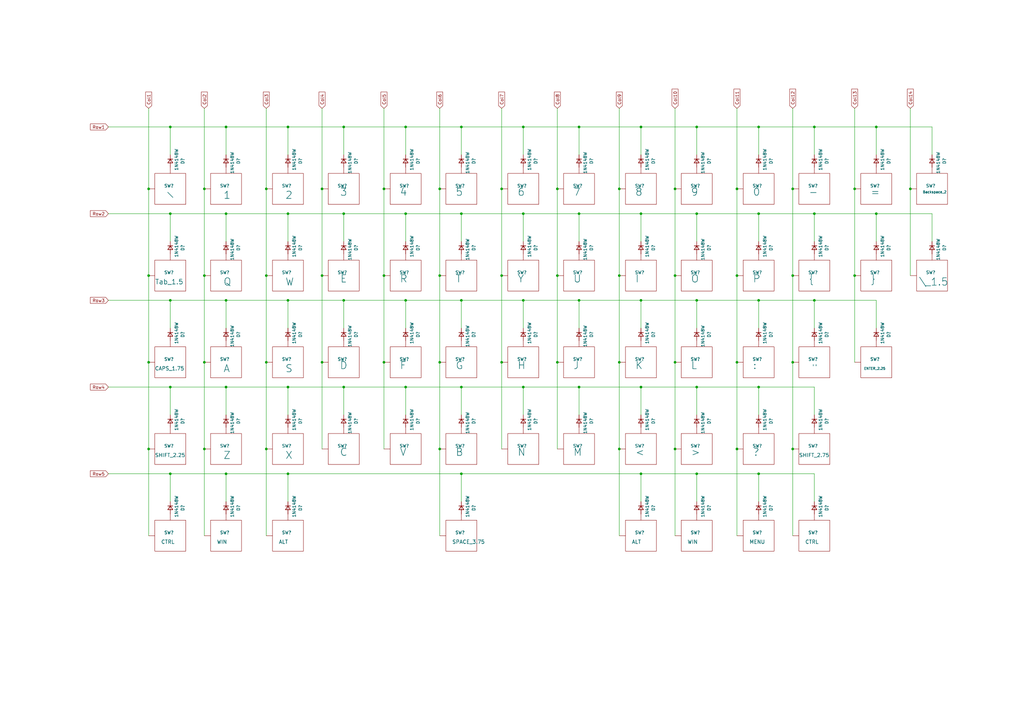
<source format=kicad_sch>
(kicad_sch (version 20211123) (generator eeschema)
  (paper "A3")
  (lib_symbols
    (symbol "Device:D_Small" (pin_numbers hide) (pin_names (offset 0.254) hide)
      (property "Reference" "D" (at -1.27 2.032 0))
      (property "Value" "D_Small" (at -3.81 -2.032 0))
      (symbol "D_Small_0_1"
        (polyline (pts (xy -0.762 -1.016) (xy -0.762 1.016)) (stroke (width 0.254)))
        (polyline (pts (xy -0.762 0) (xy 0.762 0)))
        (polyline (pts (xy 0.762 -1.016) (xy -0.762 0) (xy 0.762 1.016) (xy 0.762 -1.016)) (stroke (width 0.254)))
      )
      (symbol "D_Small_1_1"
        (pin passive line (at -2.54 0 0) (length 1.778) (name "K") (number "1"))
        (pin passive line (at 2.54 0 180) (length 1.778) (name "A") (number "2"))
      )
    )
    (symbol "acheronSymbols:MXSwitch" (pin_names (offset 1.016))
      (property "Reference" "SW" (at 0 0 0))
      (property "Value" "MXSwitch" (at 0 -3.81 0))
      (symbol "MXSwitch_0_1"
        (rectangle (start -6.35 6.35) (end 6.35 -6.35))
        (polyline (pts (xy -6.35 0) (xy -8.89 0)))
        (polyline (pts (xy 0 6.35) (xy 0 8.89)))
      )
      (symbol "MXSwitch_1_1"
        (pin output line (at -8.89 0 0) (length 2.54) hide (name "Col") (number "1"))
        (pin input line (at 0 8.89 270) (length 2.54) hide (name "Row") (number "2"))
      )
    )
  )
  (junction (at 276.86 77.47))
  (junction (at 262.89 194.31))
  (junction (at 118.11 87.63))
  (junction (at 189.23 123.19))
  (junction (at 180.34 113.03))
  (junction (at 69.85 52.07))
  (junction (at 325.12 113.03))
  (junction (at 325.12 184.15))
  (junction (at 285.75 194.31))
  (junction (at 83.82 184.15))
  (junction (at 262.89 87.63))
  (junction (at 214.63 123.19))
  (junction (at 262.89 158.75))
  (junction (at 157.48 148.59))
  (junction (at 118.11 123.19))
  (junction (at 276.86 184.15))
  (junction (at 285.75 158.75))
  (junction (at 189.23 52.07))
  (junction (at 180.34 77.47))
  (junction (at 60.96 148.59))
  (junction (at 118.11 194.31))
  (junction (at 69.85 158.75))
  (junction (at 276.86 148.59))
  (junction (at 311.15 158.75))
  (junction (at 359.41 52.07))
  (junction (at 302.26 148.59))
  (junction (at 132.08 77.47))
  (junction (at 359.41 87.63))
  (junction (at 109.22 77.47))
  (junction (at 325.12 77.47))
  (junction (at 311.15 194.31))
  (junction (at 334.01 123.19))
  (junction (at 109.22 148.59))
  (junction (at 157.48 113.03))
  (junction (at 285.75 87.63))
  (junction (at 83.82 148.59))
  (junction (at 118.11 52.07))
  (junction (at 166.37 52.07))
  (junction (at 92.71 123.19))
  (junction (at 83.82 77.47))
  (junction (at 180.34 184.15))
  (junction (at 228.6 113.03))
  (junction (at 254 113.03))
  (junction (at 69.85 123.19))
  (junction (at 132.08 113.03))
  (junction (at 214.63 158.75))
  (junction (at 132.08 148.59))
  (junction (at 311.15 87.63))
  (junction (at 166.37 123.19))
  (junction (at 237.49 87.63))
  (junction (at 140.97 123.19))
  (junction (at 140.97 52.07))
  (junction (at 373.38 77.47))
  (junction (at 350.52 77.47))
  (junction (at 205.74 148.59))
  (junction (at 334.01 52.07))
  (junction (at 262.89 123.19))
  (junction (at 237.49 158.75))
  (junction (at 276.86 113.03))
  (junction (at 311.15 123.19))
  (junction (at 140.97 158.75))
  (junction (at 189.23 194.31))
  (junction (at 254 77.47))
  (junction (at 325.12 148.59))
  (junction (at 60.96 184.15))
  (junction (at 140.97 87.63))
  (junction (at 157.48 77.47))
  (junction (at 69.85 194.31))
  (junction (at 109.22 113.03))
  (junction (at 92.71 194.31))
  (junction (at 92.71 52.07))
  (junction (at 180.34 148.59))
  (junction (at 214.63 52.07))
  (junction (at 118.11 158.75))
  (junction (at 60.96 77.47))
  (junction (at 311.15 52.07))
  (junction (at 285.75 52.07))
  (junction (at 254 148.59))
  (junction (at 237.49 123.19))
  (junction (at 302.26 184.15))
  (junction (at 60.96 113.03))
  (junction (at 92.71 87.63))
  (junction (at 189.23 158.75))
  (junction (at 228.6 148.59))
  (junction (at 92.71 158.75))
  (junction (at 214.63 87.63))
  (junction (at 189.23 87.63))
  (junction (at 302.26 113.03))
  (junction (at 69.85 87.63))
  (junction (at 109.22 184.15))
  (junction (at 350.52 113.03))
  (junction (at 262.89 52.07))
  (junction (at 166.37 87.63))
  (junction (at 83.82 113.03))
  (junction (at 166.37 158.75))
  (junction (at 237.49 52.07))
  (junction (at 302.26 77.47))
  (junction (at 285.75 123.19))
  (junction (at 205.74 77.47))
  (junction (at 334.01 87.63))
  (junction (at 254 184.15))
  (junction (at 228.6 77.47))
  (junction (at 205.74 113.03))
  (wire (pts (xy 118.11 87.63) (xy 140.97 87.63)))
  (wire (pts (xy 189.23 134.62) (xy 189.23 123.19)))
  (wire (pts (xy 262.89 87.63) (xy 262.89 99.06)))
  (wire (pts (xy 373.38 44.45) (xy 373.38 77.47)))
  (wire (pts (xy 44.45 194.31) (xy 69.85 194.31)))
  (wire (pts (xy 109.22 77.47) (xy 109.22 113.03)))
  (wire (pts (xy 285.75 194.31) (xy 285.75 205.74)))
  (wire (pts (xy 359.41 87.63) (xy 359.41 99.06)))
  (wire (pts (xy 180.34 148.59) (xy 180.34 184.15)))
  (wire (pts (xy 254 44.45) (xy 254 77.47)))
  (wire (pts (xy 334.01 63.5) (xy 334.01 52.07)))
  (wire (pts (xy 189.23 52.07) (xy 214.63 52.07)))
  (wire (pts (xy 359.41 52.07) (xy 382.27 52.07)))
  (wire (pts (xy 205.74 113.03) (xy 205.74 148.59)))
  (wire (pts (xy 262.89 52.07) (xy 285.75 52.07)))
  (wire (pts (xy 285.75 99.06) (xy 285.75 87.63)))
  (wire (pts (xy 60.96 77.47) (xy 60.96 113.03)))
  (wire (pts (xy 302.26 44.45) (xy 302.26 77.47)))
  (wire (pts (xy 311.15 52.07) (xy 334.01 52.07)))
  (wire (pts (xy 214.63 87.63) (xy 237.49 87.63)))
  (wire (pts (xy 157.48 44.45) (xy 157.48 77.47)))
  (wire (pts (xy 69.85 87.63) (xy 92.71 87.63)))
  (wire (pts (xy 285.75 87.63) (xy 311.15 87.63)))
  (wire (pts (xy 382.27 63.5) (xy 382.27 52.07)))
  (wire (pts (xy 262.89 194.31) (xy 262.89 205.74)))
  (wire (pts (xy 157.48 113.03) (xy 157.48 148.59)))
  (wire (pts (xy 285.75 123.19) (xy 311.15 123.19)))
  (wire (pts (xy 214.63 158.75) (xy 237.49 158.75)))
  (wire (pts (xy 237.49 63.5) (xy 237.49 52.07)))
  (wire (pts (xy 325.12 44.45) (xy 325.12 77.47)))
  (wire (pts (xy 92.71 194.31) (xy 118.11 194.31)))
  (wire (pts (xy 132.08 113.03) (xy 132.08 148.59)))
  (wire (pts (xy 334.01 99.06) (xy 334.01 87.63)))
  (wire (pts (xy 92.71 194.31) (xy 92.71 205.74)))
  (wire (pts (xy 83.82 44.45) (xy 83.82 77.47)))
  (wire (pts (xy 69.85 158.75) (xy 92.71 158.75)))
  (wire (pts (xy 359.41 87.63) (xy 382.27 87.63)))
  (wire (pts (xy 262.89 158.75) (xy 285.75 158.75)))
  (wire (pts (xy 205.74 77.47) (xy 205.74 113.03)))
  (wire (pts (xy 92.71 123.19) (xy 118.11 123.19)))
  (wire (pts (xy 92.71 99.06) (xy 92.71 87.63)))
  (wire (pts (xy 325.12 184.15) (xy 325.12 219.71)))
  (wire (pts (xy 325.12 113.03) (xy 325.12 148.59)))
  (wire (pts (xy 92.71 158.75) (xy 118.11 158.75)))
  (wire (pts (xy 166.37 52.07) (xy 166.37 63.5)))
  (wire (pts (xy 254 113.03) (xy 254 148.59)))
  (wire (pts (xy 311.15 87.63) (xy 334.01 87.63)))
  (wire (pts (xy 276.86 184.15) (xy 276.86 219.71)))
  (wire (pts (xy 189.23 123.19) (xy 214.63 123.19)))
  (wire (pts (xy 109.22 113.03) (xy 109.22 148.59)))
  (wire (pts (xy 69.85 194.31) (xy 69.85 205.74)))
  (wire (pts (xy 334.01 194.31) (xy 334.01 205.74)))
  (wire (pts (xy 92.71 87.63) (xy 118.11 87.63)))
  (wire (pts (xy 311.15 194.31) (xy 311.15 205.74)))
  (wire (pts (xy 254 77.47) (xy 254 113.03)))
  (wire (pts (xy 118.11 52.07) (xy 140.97 52.07)))
  (wire (pts (xy 140.97 123.19) (xy 166.37 123.19)))
  (wire (pts (xy 373.38 77.47) (xy 373.38 113.03)))
  (wire (pts (xy 60.96 148.59) (xy 60.96 184.15)))
  (wire (pts (xy 311.15 123.19) (xy 311.15 134.62)))
  (wire (pts (xy 166.37 87.63) (xy 189.23 87.63)))
  (wire (pts (xy 166.37 158.75) (xy 166.37 170.18)))
  (wire (pts (xy 157.48 77.47) (xy 157.48 113.03)))
  (wire (pts (xy 214.63 87.63) (xy 214.63 99.06)))
  (wire (pts (xy 118.11 194.31) (xy 189.23 194.31)))
  (wire (pts (xy 254 148.59) (xy 254 184.15)))
  (wire (pts (xy 334.01 52.07) (xy 359.41 52.07)))
  (wire (pts (xy 140.97 99.06) (xy 140.97 87.63)))
  (wire (pts (xy 276.86 148.59) (xy 276.86 184.15)))
  (wire (pts (xy 118.11 87.63) (xy 118.11 99.06)))
  (wire (pts (xy 359.41 123.19) (xy 359.41 134.62)))
  (wire (pts (xy 214.63 52.07) (xy 237.49 52.07)))
  (wire (pts (xy 237.49 158.75) (xy 262.89 158.75)))
  (wire (pts (xy 69.85 52.07) (xy 69.85 63.5)))
  (wire (pts (xy 311.15 158.75) (xy 334.01 158.75)))
  (wire (pts (xy 311.15 52.07) (xy 311.15 63.5)))
  (wire (pts (xy 118.11 194.31) (xy 118.11 205.74)))
  (wire (pts (xy 83.82 184.15) (xy 83.82 219.71)))
  (wire (pts (xy 325.12 148.59) (xy 325.12 184.15)))
  (wire (pts (xy 69.85 158.75) (xy 69.85 170.18)))
  (wire (pts (xy 180.34 44.45) (xy 180.34 77.47)))
  (wire (pts (xy 205.74 44.45) (xy 205.74 77.47)))
  (wire (pts (xy 350.52 77.47) (xy 350.52 113.03)))
  (wire (pts (xy 262.89 52.07) (xy 262.89 63.5)))
  (wire (pts (xy 132.08 44.45) (xy 132.08 77.47)))
  (wire (pts (xy 60.96 113.03) (xy 60.96 148.59)))
  (wire (pts (xy 350.52 44.45) (xy 350.52 77.47)))
  (wire (pts (xy 262.89 87.63) (xy 285.75 87.63)))
  (wire (pts (xy 334.01 170.18) (xy 334.01 158.75)))
  (wire (pts (xy 180.34 77.47) (xy 180.34 113.03)))
  (wire (pts (xy 359.41 52.07) (xy 359.41 63.5)))
  (wire (pts (xy 334.01 87.63) (xy 359.41 87.63)))
  (wire (pts (xy 69.85 52.07) (xy 92.71 52.07)))
  (wire (pts (xy 140.97 87.63) (xy 166.37 87.63)))
  (wire (pts (xy 382.27 99.06) (xy 382.27 87.63)))
  (wire (pts (xy 83.82 113.03) (xy 83.82 148.59)))
  (wire (pts (xy 262.89 158.75) (xy 262.89 170.18)))
  (wire (pts (xy 60.96 44.45) (xy 60.96 77.47)))
  (wire (pts (xy 325.12 77.47) (xy 325.12 113.03)))
  (wire (pts (xy 237.49 134.62) (xy 237.49 123.19)))
  (wire (pts (xy 228.6 44.45) (xy 228.6 77.47)))
  (wire (pts (xy 118.11 123.19) (xy 140.97 123.19)))
  (wire (pts (xy 276.86 113.03) (xy 276.86 148.59)))
  (wire (pts (xy 311.15 123.19) (xy 334.01 123.19)))
  (wire (pts (xy 109.22 184.15) (xy 109.22 219.71)))
  (wire (pts (xy 285.75 134.62) (xy 285.75 123.19)))
  (wire (pts (xy 302.26 148.59) (xy 302.26 184.15)))
  (wire (pts (xy 140.97 158.75) (xy 166.37 158.75)))
  (wire (pts (xy 285.75 63.5) (xy 285.75 52.07)))
  (wire (pts (xy 118.11 123.19) (xy 118.11 134.62)))
  (wire (pts (xy 132.08 77.47) (xy 132.08 113.03)))
  (wire (pts (xy 44.45 52.07) (xy 69.85 52.07)))
  (wire (pts (xy 302.26 113.03) (xy 302.26 148.59)))
  (wire (pts (xy 166.37 52.07) (xy 189.23 52.07)))
  (wire (pts (xy 228.6 77.47) (xy 228.6 113.03)))
  (wire (pts (xy 69.85 123.19) (xy 92.71 123.19)))
  (wire (pts (xy 311.15 158.75) (xy 311.15 170.18)))
  (wire (pts (xy 189.23 87.63) (xy 214.63 87.63)))
  (wire (pts (xy 69.85 87.63) (xy 69.85 99.06)))
  (wire (pts (xy 285.75 194.31) (xy 311.15 194.31)))
  (wire (pts (xy 285.75 52.07) (xy 311.15 52.07)))
  (wire (pts (xy 311.15 194.31) (xy 334.01 194.31)))
  (wire (pts (xy 276.86 44.45) (xy 276.86 77.47)))
  (wire (pts (xy 302.26 184.15) (xy 302.26 219.71)))
  (wire (pts (xy 189.23 194.31) (xy 262.89 194.31)))
  (wire (pts (xy 44.45 158.75) (xy 69.85 158.75)))
  (wire (pts (xy 92.71 170.18) (xy 92.71 158.75)))
  (wire (pts (xy 189.23 170.18) (xy 189.23 158.75)))
  (wire (pts (xy 166.37 158.75) (xy 189.23 158.75)))
  (wire (pts (xy 83.82 77.47) (xy 83.82 113.03)))
  (wire (pts (xy 262.89 123.19) (xy 262.89 134.62)))
  (wire (pts (xy 140.97 52.07) (xy 166.37 52.07)))
  (wire (pts (xy 189.23 158.75) (xy 214.63 158.75)))
  (wire (pts (xy 92.71 63.5) (xy 92.71 52.07)))
  (wire (pts (xy 83.82 148.59) (xy 83.82 184.15)))
  (wire (pts (xy 276.86 77.47) (xy 276.86 113.03)))
  (wire (pts (xy 132.08 148.59) (xy 132.08 184.15)))
  (wire (pts (xy 92.71 52.07) (xy 118.11 52.07)))
  (wire (pts (xy 180.34 184.15) (xy 180.34 219.71)))
  (wire (pts (xy 118.11 158.75) (xy 140.97 158.75)))
  (wire (pts (xy 228.6 148.59) (xy 228.6 184.15)))
  (wire (pts (xy 302.26 77.47) (xy 302.26 113.03)))
  (wire (pts (xy 262.89 194.31) (xy 285.75 194.31)))
  (wire (pts (xy 214.63 123.19) (xy 237.49 123.19)))
  (wire (pts (xy 92.71 134.62) (xy 92.71 123.19)))
  (wire (pts (xy 69.85 123.19) (xy 69.85 134.62)))
  (wire (pts (xy 237.49 52.07) (xy 262.89 52.07)))
  (wire (pts (xy 189.23 194.31) (xy 189.23 205.74)))
  (wire (pts (xy 285.75 158.75) (xy 311.15 158.75)))
  (wire (pts (xy 334.01 134.62) (xy 334.01 123.19)))
  (wire (pts (xy 44.45 123.19) (xy 69.85 123.19)))
  (wire (pts (xy 118.11 158.75) (xy 118.11 170.18)))
  (wire (pts (xy 311.15 87.63) (xy 311.15 99.06)))
  (wire (pts (xy 140.97 170.18) (xy 140.97 158.75)))
  (wire (pts (xy 214.63 52.07) (xy 214.63 63.5)))
  (wire (pts (xy 109.22 148.59) (xy 109.22 184.15)))
  (wire (pts (xy 157.48 148.59) (xy 157.48 184.15)))
  (wire (pts (xy 228.6 113.03) (xy 228.6 148.59)))
  (wire (pts (xy 254 184.15) (xy 254 219.71)))
  (wire (pts (xy 237.49 87.63) (xy 262.89 87.63)))
  (wire (pts (xy 69.85 194.31) (xy 92.71 194.31)))
  (wire (pts (xy 44.45 87.63) (xy 69.85 87.63)))
  (wire (pts (xy 205.74 148.59) (xy 205.74 184.15)))
  (wire (pts (xy 166.37 87.63) (xy 166.37 99.06)))
  (wire (pts (xy 285.75 170.18) (xy 285.75 158.75)))
  (wire (pts (xy 109.22 44.45) (xy 109.22 77.47)))
  (wire (pts (xy 180.34 113.03) (xy 180.34 148.59)))
  (wire (pts (xy 214.63 123.19) (xy 214.63 134.62)))
  (wire (pts (xy 334.01 123.19) (xy 359.41 123.19)))
  (wire (pts (xy 237.49 170.18) (xy 237.49 158.75)))
  (wire (pts (xy 189.23 63.5) (xy 189.23 52.07)))
  (wire (pts (xy 118.11 52.07) (xy 118.11 63.5)))
  (wire (pts (xy 237.49 123.19) (xy 262.89 123.19)))
  (wire (pts (xy 189.23 99.06) (xy 189.23 87.63)))
  (wire (pts (xy 262.89 123.19) (xy 285.75 123.19)))
  (wire (pts (xy 166.37 123.19) (xy 166.37 134.62)))
  (wire (pts (xy 60.96 184.15) (xy 60.96 219.71)))
  (wire (pts (xy 214.63 158.75) (xy 214.63 170.18)))
  (wire (pts (xy 140.97 134.62) (xy 140.97 123.19)))
  (wire (pts (xy 140.97 63.5) (xy 140.97 52.07)))
  (wire (pts (xy 237.49 99.06) (xy 237.49 87.63)))
  (wire (pts (xy 350.52 113.03) (xy 350.52 148.59)))
  (wire (pts (xy 166.37 123.19) (xy 189.23 123.19)))
  (global_label "Row5" (shape input) (at 44.45 194.31 180) (property "Intersheet References" "${INTERSHEET_REFS}" (effects hide)))
  (global_label "Row3" (shape input) (at 44.45 123.19 180) (property "Intersheet References" "${INTERSHEET_REFS}" (effects hide)))
  (global_label "Col2" (shape input) (at 83.82 44.45 90) (property "Intersheet References" "${INTERSHEET_REFS}" (effects hide)))
  (global_label "Col14" (shape input) (at 373.38 44.45 90) (property "Intersheet References" "${INTERSHEET_REFS}" (effects hide)))
  (global_label "Col7" (shape input) (at 205.74 44.45 90) (property "Intersheet References" "${INTERSHEET_REFS}" (effects hide)))
  (global_label "Row2" (shape input) (at 44.45 87.63 180) (property "Intersheet References" "${INTERSHEET_REFS}" (effects hide)))
  (global_label "Col10" (shape input) (at 276.86 44.45 90) (property "Intersheet References" "${INTERSHEET_REFS}" (effects hide)))
  (global_label "Col12" (shape input) (at 325.12 44.45 90) (property "Intersheet References" "${INTERSHEET_REFS}" (effects hide)))
  (global_label "Col5" (shape input) (at 157.48 44.45 90) (property "Intersheet References" "${INTERSHEET_REFS}" (effects hide)))
  (global_label "Row4" (shape input) (at 44.45 158.75 180) (property "Intersheet References" "${INTERSHEET_REFS}" (effects hide)))
  (global_label "Col11" (shape input) (at 302.26 44.45 90) (property "Intersheet References" "${INTERSHEET_REFS}" (effects hide)))
  (global_label "Col8" (shape input) (at 228.6 44.45 90) (property "Intersheet References" "${INTERSHEET_REFS}" (effects hide)))
  (global_label "Col1" (shape input) (at 60.96 44.45 90) (property "Intersheet References" "${INTERSHEET_REFS}" (effects hide)))
  (global_label "Col3" (shape input) (at 109.22 44.45 90) (property "Intersheet References" "${INTERSHEET_REFS}" (effects hide)))
  (global_label "Row1" (shape input) (at 44.45 52.07 180) (property "Intersheet References" "${INTERSHEET_REFS}" (effects hide)))
  (global_label "Col4" (shape input) (at 132.08 44.45 90) (property "Intersheet References" "${INTERSHEET_REFS}" (effects hide)))
  (global_label "Col9" (shape input) (at 254 44.45 90) (property "Intersheet References" "${INTERSHEET_REFS}" (effects hide)))
  (global_label "Col6" (shape input) (at 180.34 44.45 90) (property "Intersheet References" "${INTERSHEET_REFS}" (effects hide)))
  (global_label "Col13" (shape input) (at 350.52 44.45 90) (property "Intersheet References" "${INTERSHEET_REFS}" (effects hide)))
  (symbol (lib_id "Device:D_Small") (at 214.63 172.72 270) (unit 1)
    (property "Reference" "D?" (at 219.71 171.45 0) (effects (justify left)))
    (property "Value" "1N4148W" (at 217.17 167.64 0) (effects (justify left)))
    (property "Footprint" "Diode_SMD:D_SOD-123" (effects hide))
  )
  (symbol (lib_id "acheronSymbols:MXSwitch") (at 214.63 148.59 0) (unit 1)
    (property "Reference" "SW?" (at 212.09 147.32 0) (effects (justify left)))
    (property "Value" "H" (at 212.09 149.86 0) (effects (font (size 3 3)) (justify left)))
    (property "Footprint" "acheron_MX:MX100" (effects hide))
  )
  (symbol (lib_id "acheronSymbols:MXSwitch") (at 285.75 148.59 0) (unit 1)
    (property "Reference" "SW?" (at 283.21 147.32 0) (effects (justify left)))
    (property "Value" "L" (at 283.21 149.86 0) (effects (font (size 3 3)) (justify left)))
    (property "Footprint" "acheron_MX:MX100" (effects hide))
  )
  (symbol (lib_id "Device:D_Small") (at 140.97 172.72 270) (unit 1)
    (property "Reference" "D?" (at 146.05 171.45 0) (effects (justify left)))
    (property "Value" "1N4148W" (at 143.51 168.91 0) (effects (justify left)))
    (property "Footprint" "Diode_SMD:D_SOD-123" (effects hide))
  )
  (symbol (lib_id "acheronSymbols:MXSwitch") (at 118.11 148.59 0) (unit 1)
    (property "Reference" "SW?" (at 115.57 147.32 0) (effects (justify left)))
    (property "Value" "S" (at 116.84 151.13 0) (effects (font (size 3 3)) (justify left)))
    (property "Footprint" "acheron_MX:MX100" (effects hide))
  )
  (symbol (lib_id "Device:D_Small") (at 214.63 66.04 270) (unit 1)
    (property "Reference" "D?" (at 219.71 64.77 0) (effects (justify left)))
    (property "Value" "1N4148W" (at 217.17 60.96 0) (effects (justify left)))
    (property "Footprint" "Diode_SMD:D_SOD-123" (effects hide))
  )
  (symbol (lib_id "acheronSymbols:MXSwitch") (at 359.41 113.03 0) (unit 1)
    (property "Reference" "SW?" (at 356.87 111.76 0) (effects (justify left)))
    (property "Value" "}" (at 356.87 114.3 0) (effects (font (size 3 3)) (justify left)))
    (property "Footprint" "acheron_MX:MX100" (effects hide))
  )
  (symbol (lib_id "acheronSymbols:MXSwitch") (at 92.71 148.59 0) (unit 1)
    (property "Reference" "SW?" (at 90.17 147.32 0) (effects (justify left)))
    (property "Value" "A" (at 91.44 151.13 0) (effects (font (size 3 3)) (justify left)))
    (property "Footprint" "acheron_MX:MX100" (effects hide))
  )
  (symbol (lib_id "acheronSymbols:MXSwitch") (at 166.37 113.03 0) (unit 1)
    (property "Reference" "SW?" (at 163.83 111.76 0) (effects (justify left)))
    (property "Value" "R" (at 163.83 114.3 0) (effects (font (size 3 3)) (justify left)))
    (property "Footprint" "acheron_MX:MX100" (effects hide))
  )
  (symbol (lib_id "acheronSymbols:MXSwitch") (at 92.71 184.15 0) (unit 1)
    (property "Reference" "SW?" (at 90.17 182.88 0) (effects (justify left)))
    (property "Value" "Z" (at 91.44 186.69 0) (effects (font (size 3 3)) (justify left)))
    (property "Footprint" "acheron_MX:MX100" (effects hide))
  )
  (symbol (lib_id "Device:D_Small") (at 69.85 66.04 270) (unit 1)
    (property "Reference" "D?" (at 74.93 64.77 0) (effects (justify left)))
    (property "Value" "1N4148W" (at 72.39 60.96 0) (effects (justify left)))
    (property "Footprint" "Diode_SMD:D_SOD-123" (effects hide))
  )
  (symbol (lib_id "Device:D_Small") (at 262.89 172.72 270) (unit 1)
    (property "Reference" "D?" (at 267.97 171.45 0) (effects (justify left)))
    (property "Value" "1N4148W" (at 265.43 167.64 0) (effects (justify left)))
    (property "Footprint" "Diode_SMD:D_SOD-123" (effects hide))
  )
  (symbol (lib_id "Device:D_Small") (at 262.89 137.16 270) (unit 1)
    (property "Reference" "D?" (at 267.97 135.89 0) (effects (justify left)))
    (property "Value" "1N4148W" (at 265.43 132.08 0) (effects (justify left)))
    (property "Footprint" "Diode_SMD:D_SOD-123" (effects hide))
  )
  (symbol (lib_id "acheronSymbols:MXSwitch") (at 334.01 77.47 0) (unit 1)
    (property "Reference" "SW?" (at 331.47 76.2 0) (effects (justify left)))
    (property "Value" "-" (at 331.47 78.74 0) (effects (font (size 3 3)) (justify left)))
    (property "Footprint" "acheron_MX:MX100" (effects hide))
  )
  (symbol (lib_id "acheronSymbols:MXSwitch") (at 189.23 148.59 0) (unit 1)
    (property "Reference" "SW?" (at 186.69 147.32 0) (effects (justify left)))
    (property "Value" "G" (at 186.69 149.86 0) (effects (font (size 3 3)) (justify left)))
    (property "Footprint" "acheron_MX:MX100" (effects hide))
  )
  (symbol (lib_id "Device:D_Small") (at 166.37 137.16 270) (unit 1)
    (property "Reference" "D?" (at 171.45 135.89 0) (effects (justify left)))
    (property "Value" "1N4148W" (at 168.91 132.08 0) (effects (justify left)))
    (property "Footprint" "Diode_SMD:D_SOD-123" (effects hide))
  )
  (symbol (lib_id "acheronSymbols:MXSwitch") (at 189.23 77.47 0) (unit 1)
    (property "Reference" "SW?" (at 186.69 76.2 0) (effects (justify left)))
    (property "Value" "5" (at 186.69 78.74 0) (effects (font (size 3 3)) (justify left)))
    (property "Footprint" "acheron_MX:MX100" (effects hide))
  )
  (symbol (lib_id "Device:D_Small") (at 189.23 172.72 270) (unit 1)
    (property "Reference" "D?" (at 194.31 171.45 0) (effects (justify left)))
    (property "Value" "1N4148W" (at 191.77 168.91 0) (effects (justify left)))
    (property "Footprint" "Diode_SMD:D_SOD-123" (effects hide))
  )
  (symbol (lib_id "acheronSymbols:MXSwitch") (at 118.11 219.71 0) (unit 1)
    (property "Reference" "SW?" (at 115.57 218.44 0) (effects (justify left)))
    (property "Value" "ALT" (at 114.3 222.25 0) (effects (font (size 1.5 1.5)) (justify left)))
    (property "Footprint" "acheron_MX:MX125" (effects hide))
  )
  (symbol (lib_id "acheronSymbols:MXSwitch") (at 140.97 77.47 0) (unit 1)
    (property "Reference" "SW?" (at 138.43 76.2 0) (effects (justify left)))
    (property "Value" "3" (at 140.97 78.74 0) (effects (font (size 3 3))))
    (property "Footprint" "acheron_MX:MX100" (effects hide))
  )
  (symbol (lib_id "Device:D_Small") (at 69.85 101.6 270) (unit 1)
    (property "Reference" "D?" (at 74.93 100.33 0) (effects (justify left)))
    (property "Value" "1N4148W" (at 72.39 96.52 0) (effects (justify left)))
    (property "Footprint" "Diode_SMD:D_SOD-123" (effects hide))
  )
  (symbol (lib_id "Device:D_Small") (at 69.85 172.72 270) (unit 1)
    (property "Reference" "D?" (at 74.93 171.45 0) (effects (justify left)))
    (property "Value" "1N4148W" (at 72.39 167.64 0) (effects (justify left)))
    (property "Footprint" "Diode_SMD:D_SOD-123" (effects hide))
  )
  (symbol (lib_id "Device:D_Small") (at 140.97 66.04 270) (unit 1)
    (property "Reference" "D?" (at 146.05 64.77 0) (effects (justify left)))
    (property "Value" "1N4148W" (at 143.51 62.23 0) (effects (justify left)))
    (property "Footprint" "Diode_SMD:D_SOD-123" (effects hide))
  )
  (symbol (lib_id "Device:D_Small") (at 92.71 208.28 270) (unit 1)
    (property "Reference" "D?" (at 97.79 207.01 0) (effects (justify left)))
    (property "Value" "1N4148W" (at 95.25 203.2 0) (effects (justify left)))
    (property "Footprint" "Diode_SMD:D_SOD-123" (effects hide))
  )
  (symbol (lib_id "Device:D_Small") (at 311.15 101.6 270) (unit 1)
    (property "Reference" "D?" (at 316.23 100.33 0) (effects (justify left)))
    (property "Value" "1N4148W" (at 313.69 96.52 0) (effects (justify left)))
    (property "Footprint" "Diode_SMD:D_SOD-123" (effects hide))
  )
  (symbol (lib_id "acheronSymbols:MXSwitch") (at 69.85 77.47 0) (unit 1)
    (property "Reference" "SW?" (at 67.31 76.2 0) (effects (justify left)))
    (property "Value" "`" (at 66.04 87.63 0) (effects (font (size 15 15)) (justify left)))
    (property "Footprint" "acheron_MX:MX100" (effects hide))
  )
  (symbol (lib_id "Device:D_Small") (at 189.23 101.6 270) (unit 1)
    (property "Reference" "D?" (at 194.31 100.33 0) (effects (justify left)))
    (property "Value" "1N4148W" (at 191.77 97.79 0) (effects (justify left)))
    (property "Footprint" "Diode_SMD:D_SOD-123" (effects hide))
  )
  (symbol (lib_id "Device:D_Small") (at 334.01 66.04 270) (unit 1)
    (property "Reference" "D?" (at 339.09 64.77 0) (effects (justify left)))
    (property "Value" "1N4148W" (at 336.55 60.96 0) (effects (justify left)))
    (property "Footprint" "Diode_SMD:D_SOD-123" (effects hide))
  )
  (symbol (lib_id "acheronSymbols:MXSwitch") (at 311.15 184.15 0) (unit 1)
    (property "Reference" "SW?" (at 308.61 182.88 0) (effects (justify left)))
    (property "Value" "?" (at 308.61 185.42 0) (effects (font (size 3 3)) (justify left)))
    (property "Footprint" "acheron_MX:MX100" (effects hide))
  )
  (symbol (lib_id "acheronSymbols:MXSwitch") (at 334.01 148.59 0) (unit 1)
    (property "Reference" "SW?" (at 331.47 147.32 0) (effects (justify left)))
    (property "Value" "\"" (at 332.74 151.13 0) (effects (font (size 3 3)) (justify left)))
    (property "Footprint" "acheron_MX:MX100" (effects hide))
  )
  (symbol (lib_id "Device:D_Small") (at 118.11 172.72 270) (unit 1)
    (property "Reference" "D?" (at 123.19 171.45 0) (effects (justify left)))
    (property "Value" "1N4148W" (at 120.65 167.64 0) (effects (justify left)))
    (property "Footprint" "Diode_SMD:D_SOD-123" (effects hide))
  )
  (symbol (lib_id "acheronSymbols:MXSwitch") (at 311.15 219.71 0) (unit 1)
    (property "Reference" "SW?" (at 308.61 218.44 0) (effects (justify left)))
    (property "Value" "MENU" (at 307.34 222.25 0) (effects (font (size 1.5 1.5)) (justify left)))
    (property "Footprint" "acheron_MX:MX125" (effects hide))
  )
  (symbol (lib_id "Device:D_Small") (at 118.11 137.16 270) (unit 1)
    (property "Reference" "D?" (at 123.19 135.89 0) (effects (justify left)))
    (property "Value" "1N4148W" (at 120.65 132.08 0) (effects (justify left)))
    (property "Footprint" "Diode_SMD:D_SOD-123" (effects hide))
  )
  (symbol (lib_id "Device:D_Small") (at 334.01 208.28 270) (unit 1)
    (property "Reference" "D?" (at 339.09 207.01 0) (effects (justify left)))
    (property "Value" "1N4148W" (at 336.55 203.2 0) (effects (justify left)))
    (property "Footprint" "Diode_SMD:D_SOD-123" (effects hide))
  )
  (symbol (lib_id "Device:D_Small") (at 311.15 66.04 270) (unit 1)
    (property "Reference" "D?" (at 316.23 64.77 0) (effects (justify left)))
    (property "Value" "1N4148W" (at 313.69 60.96 0) (effects (justify left)))
    (property "Footprint" "Diode_SMD:D_SOD-123" (effects hide))
  )
  (symbol (lib_id "acheronSymbols:MXSwitch") (at 69.85 184.15 0) (unit 1)
    (property "Reference" "SW?" (at 67.31 182.88 0) (effects (justify left)))
    (property "Value" "SHIFT_2.25" (at 63.5 186.69 0) (effects (font (size 1.5 1.5)) (justify left)))
    (property "Footprint" "acheron_MX:MX225" (effects hide))
  )
  (symbol (lib_id "acheronSymbols:MXSwitch") (at 237.49 148.59 0) (unit 1)
    (property "Reference" "SW?" (at 234.95 147.32 0) (effects (justify left)))
    (property "Value" "J" (at 234.95 149.86 0) (effects (font (size 3 3)) (justify left)))
    (property "Footprint" "acheron_MX:MX100" (effects hide))
  )
  (symbol (lib_id "acheronSymbols:MXSwitch") (at 189.23 113.03 0) (unit 1)
    (property "Reference" "SW?" (at 186.69 111.76 0) (effects (justify left)))
    (property "Value" "T" (at 186.69 114.3 0) (effects (font (size 3 3)) (justify left)))
    (property "Footprint" "acheron_MX:MX100" (effects hide))
  )
  (symbol (lib_id "acheronSymbols:MXSwitch") (at 285.75 77.47 0) (unit 1)
    (property "Reference" "SW?" (at 283.21 76.2 0) (effects (justify left)))
    (property "Value" "9" (at 283.21 78.74 0) (effects (font (size 3 3)) (justify left)))
    (property "Footprint" "acheron_MX:MX100" (effects hide))
  )
  (symbol (lib_id "acheronSymbols:MXSwitch") (at 69.85 148.59 0) (unit 1)
    (property "Reference" "SW?" (at 67.31 147.32 0) (effects (justify left)))
    (property "Value" "CAPS_1.75" (at 63.5 151.13 0) (effects (font (size 1.5 1.5)) (justify left)))
    (property "Footprint" "acheron_MX:MX175" (effects hide))
  )
  (symbol (lib_id "acheronSymbols:MXSwitch") (at 262.89 184.15 0) (unit 1)
    (property "Reference" "SW?" (at 260.35 182.88 0) (effects (justify left)))
    (property "Value" "<" (at 260.35 185.42 0) (effects (font (size 3 3)) (justify left)))
    (property "Footprint" "acheron_MX:MX100" (effects hide))
  )
  (symbol (lib_id "acheronSymbols:MXSwitch") (at 69.85 113.03 0) (unit 1)
    (property "Reference" "SW?" (at 67.31 111.76 0) (effects (justify left)))
    (property "Value" "Tab_1.5" (at 63.5 115.57 0) (effects (font (size 2 2)) (justify left)))
    (property "Footprint" "acheron_MX:MX150" (effects hide))
  )
  (symbol (lib_id "acheronSymbols:MXSwitch") (at 92.71 219.71 0) (unit 1)
    (property "Reference" "SW?" (at 90.17 218.44 0) (effects (justify left)))
    (property "Value" "WIN" (at 88.9 222.25 0) (effects (font (size 1.5 1.5)) (justify left)))
    (property "Footprint" "acheron_MX:MX125" (effects hide))
  )
  (symbol (lib_id "Device:D_Small") (at 92.71 137.16 270) (unit 1)
    (property "Reference" "D?" (at 97.79 135.89 0) (effects (justify left)))
    (property "Value" "1N4148W" (at 95.25 133.35 0) (effects (justify left)))
    (property "Footprint" "Diode_SMD:D_SOD-123" (effects hide))
  )
  (symbol (lib_id "acheronSymbols:MXSwitch") (at 334.01 184.15 0) (unit 1)
    (property "Reference" "SW?" (at 331.47 182.88 0) (effects (justify left)))
    (property "Value" "SHIFT_2.75" (at 327.66 186.69 0) (effects (font (size 1.5 1.5)) (justify left)))
    (property "Footprint" "acheron_MX:MX275" (effects hide))
  )
  (symbol (lib_id "acheronSymbols:MXSwitch") (at 214.63 184.15 0) (unit 1)
    (property "Reference" "SW?" (at 212.09 182.88 0) (effects (justify left)))
    (property "Value" "N" (at 212.09 185.42 0) (effects (font (size 3 3)) (justify left)))
    (property "Footprint" "acheron_MX:MX100" (effects hide))
  )
  (symbol (lib_id "acheronSymbols:MXSwitch") (at 237.49 113.03 0) (unit 1)
    (property "Reference" "SW?" (at 234.95 111.76 0) (effects (justify left)))
    (property "Value" "U" (at 234.95 114.3 0) (effects (font (size 3 3)) (justify left)))
    (property "Footprint" "acheron_MX:MX100" (effects hide))
  )
  (symbol (lib_id "Device:D_Small") (at 237.49 66.04 270) (unit 1)
    (property "Reference" "D?" (at 242.57 64.77 0) (effects (justify left)))
    (property "Value" "1N4148W" (at 240.03 62.23 0) (effects (justify left)))
    (property "Footprint" "Diode_SMD:D_SOD-123" (effects hide))
  )
  (symbol (lib_id "acheronSymbols:MXSwitch") (at 69.85 219.71 0) (unit 1)
    (property "Reference" "SW?" (at 67.31 218.44 0) (effects (justify left)))
    (property "Value" "CTRL" (at 66.04 222.25 0) (effects (font (size 1.5 1.5)) (justify left)))
    (property "Footprint" "acheron_MX:MX125" (effects hide))
  )
  (symbol (lib_id "Device:D_Small") (at 311.15 208.28 270) (unit 1)
    (property "Reference" "D?" (at 316.23 207.01 0) (effects (justify left)))
    (property "Value" "1N4148W" (at 313.69 203.2 0) (effects (justify left)))
    (property "Footprint" "Diode_SMD:D_SOD-123" (effects hide))
  )
  (symbol (lib_id "Device:D_Small") (at 359.41 66.04 270) (unit 1)
    (property "Reference" "D?" (at 364.49 64.77 0) (effects (justify left)))
    (property "Value" "1N4148W" (at 361.95 60.96 0) (effects (justify left)))
    (property "Footprint" "Diode_SMD:D_SOD-123" (effects hide))
  )
  (symbol (lib_id "acheronSymbols:MXSwitch") (at 189.23 184.15 0) (unit 1)
    (property "Reference" "SW?" (at 186.69 182.88 0) (effects (justify left)))
    (property "Value" "B" (at 186.69 185.42 0) (effects (font (size 3 3)) (justify left)))
    (property "Footprint" "acheron_MX:MX100" (effects hide))
  )
  (symbol (lib_id "Device:D_Small") (at 237.49 137.16 270) (unit 1)
    (property "Reference" "D?" (at 242.57 135.89 0) (effects (justify left)))
    (property "Value" "1N4148W" (at 240.03 133.35 0) (effects (justify left)))
    (property "Footprint" "Diode_SMD:D_SOD-123" (effects hide))
  )
  (symbol (lib_id "Device:D_Small") (at 382.27 66.04 270) (unit 1)
    (property "Reference" "D?" (at 387.35 64.77 0) (effects (justify left)))
    (property "Value" "1N4148W" (at 384.81 62.23 0) (effects (justify left)))
    (property "Footprint" "Diode_SMD:D_SOD-123" (effects hide))
  )
  (symbol (lib_id "Device:D_Small") (at 334.01 172.72 270) (unit 1)
    (property "Reference" "D?" (at 339.09 171.45 0) (effects (justify left)))
    (property "Value" "1N4148W" (at 336.55 167.64 0) (effects (justify left)))
    (property "Footprint" "Diode_SMD:D_SOD-123" (effects hide))
  )
  (symbol (lib_id "acheronSymbols:MXSwitch") (at 311.15 113.03 0) (unit 1)
    (property "Reference" "SW?" (at 308.61 111.76 0) (effects (justify left)))
    (property "Value" "P" (at 308.61 114.3 0) (effects (font (size 3 3)) (justify left)))
    (property "Footprint" "acheron_MX:MX100" (effects hide))
  )
  (symbol (lib_id "Device:D_Small") (at 311.15 137.16 270) (unit 1)
    (property "Reference" "D?" (at 316.23 135.89 0) (effects (justify left)))
    (property "Value" "1N4148W" (at 313.69 132.08 0) (effects (justify left)))
    (property "Footprint" "Diode_SMD:D_SOD-123" (effects hide))
  )
  (symbol (lib_id "Device:D_Small") (at 359.41 101.6 270) (unit 1)
    (property "Reference" "D?" (at 364.49 100.33 0) (effects (justify left)))
    (property "Value" "1N4148W" (at 361.95 96.52 0) (effects (justify left)))
    (property "Footprint" "Diode_SMD:D_SOD-123" (effects hide))
  )
  (symbol (lib_id "acheronSymbols:MXSwitch") (at 237.49 77.47 0) (unit 1)
    (property "Reference" "SW?" (at 234.95 76.2 0) (effects (justify left)))
    (property "Value" "7" (at 234.95 78.74 0) (effects (font (size 3 3)) (justify left)))
    (property "Footprint" "acheron_MX:MX100" (effects hide))
  )
  (symbol (lib_id "Device:D_Small") (at 92.71 101.6 270) (unit 1)
    (property "Reference" "D?" (at 97.79 100.33 0) (effects (justify left)))
    (property "Value" "1N4148W" (at 95.25 97.79 0) (effects (justify left)))
    (property "Footprint" "Diode_SMD:D_SOD-123" (effects hide))
  )
  (symbol (lib_id "Device:D_Small") (at 118.11 208.28 270) (unit 1)
    (property "Reference" "D?" (at 123.19 207.01 0) (effects (justify left)))
    (property "Value" "1N4148W" (at 120.65 203.2 0) (effects (justify left)))
    (property "Footprint" "Diode_SMD:D_SOD-123" (effects hide))
  )
  (symbol (lib_id "Device:D_Small") (at 285.75 172.72 270) (unit 1)
    (property "Reference" "D?" (at 290.83 171.45 0) (effects (justify left)))
    (property "Value" "1N4148W" (at 288.29 168.91 0) (effects (justify left)))
    (property "Footprint" "Diode_SMD:D_SOD-123" (effects hide))
  )
  (symbol (lib_id "Device:D_Small") (at 382.27 101.6 270) (unit 1)
    (property "Reference" "D?" (at 387.35 100.33 0) (effects (justify left)))
    (property "Value" "1N4148W" (at 384.81 97.79 0) (effects (justify left)))
    (property "Footprint" "Diode_SMD:D_SOD-123" (effects hide))
  )
  (symbol (lib_id "acheronSymbols:MXSwitch") (at 262.89 77.47 0) (unit 1)
    (property "Reference" "SW?" (at 260.35 76.2 0) (effects (justify left)))
    (property "Value" "8" (at 260.35 78.74 0) (effects (font (size 3 3)) (justify left)))
    (property "Footprint" "acheron_MX:MX100" (effects hide))
  )
  (symbol (lib_id "acheronSymbols:MXSwitch") (at 334.01 113.03 0) (unit 1)
    (property "Reference" "SW?" (at 331.47 111.76 0) (effects (justify left)))
    (property "Value" "{" (at 331.47 114.3 0) (effects (font (size 3 3)) (justify left)))
    (property "Footprint" "acheron_MX:MX100" (effects hide))
  )
  (symbol (lib_id "Device:D_Small") (at 285.75 66.04 270) (unit 1)
    (property "Reference" "D?" (at 290.83 64.77 0) (effects (justify left)))
    (property "Value" "1N4148W" (at 288.29 62.23 0) (effects (justify left)))
    (property "Footprint" "Diode_SMD:D_SOD-123" (effects hide))
  )
  (symbol (lib_id "acheronSymbols:MXSwitch") (at 382.27 113.03 0) (unit 1)
    (property "Reference" "SW?" (at 379.73 111.76 0) (effects (justify left)))
    (property "Value" "\\_1.5" (at 377.19 115.57 0) (effects (font (size 3 3)) (justify left)))
    (property "Footprint" "acheron_MX:MX150" (effects hide))
  )
  (symbol (lib_id "acheronSymbols:MXSwitch") (at 334.01 219.71 0) (unit 1)
    (property "Reference" "SW?" (at 331.47 218.44 0) (effects (justify left)))
    (property "Value" "CTRL" (at 330.2 222.25 0) (effects (font (size 1.5 1.5)) (justify left)))
    (property "Footprint" "acheron_MX:MX125" (effects hide))
  )
  (symbol (lib_id "Device:D_Small") (at 262.89 66.04 270) (unit 1)
    (property "Reference" "D?" (at 267.97 64.77 0) (effects (justify left)))
    (property "Value" "1N4148W" (at 265.43 60.96 0) (effects (justify left)))
    (property "Footprint" "Diode_SMD:D_SOD-123" (effects hide))
  )
  (symbol (lib_id "acheronSymbols:MXSwitch") (at 140.97 113.03 0) (unit 1)
    (property "Reference" "SW?" (at 138.43 111.76 0) (effects (justify left)))
    (property "Value" "E" (at 140.97 114.3 0) (effects (font (size 3 3))))
    (property "Footprint" "acheron_MX:MX100" (effects hide))
  )
  (symbol (lib_id "acheronSymbols:MXSwitch") (at 118.11 113.03 0) (unit 1)
    (property "Reference" "SW?" (at 115.57 111.76 0) (effects (justify left)))
    (property "Value" "W" (at 116.84 115.57 0) (effects (font (size 3 3)) (justify left)))
    (property "Footprint" "acheron_MX:MX100" (effects hide))
  )
  (symbol (lib_id "Device:D_Small") (at 69.85 208.28 270) (unit 1)
    (property "Reference" "D?" (at 74.93 207.01 0) (effects (justify left)))
    (property "Value" "1N4148W" (at 72.39 203.2 0) (effects (justify left)))
    (property "Footprint" "Diode_SMD:D_SOD-123" (effects hide))
  )
  (symbol (lib_id "acheronSymbols:MXSwitch") (at 140.97 184.15 0) (unit 1)
    (property "Reference" "SW?" (at 138.43 182.88 0) (effects (justify left)))
    (property "Value" "C" (at 140.97 185.42 0) (effects (font (size 3 3))))
    (property "Footprint" "acheron_MX:MX100" (effects hide))
  )
  (symbol (lib_id "Device:D_Small") (at 262.89 208.28 270) (unit 1)
    (property "Reference" "D?" (at 267.97 207.01 0) (effects (justify left)))
    (property "Value" "1N4148W" (at 265.43 203.2 0) (effects (justify left)))
    (property "Footprint" "Diode_SMD:D_SOD-123" (effects hide))
  )
  (symbol (lib_id "acheronSymbols:MXSwitch") (at 311.15 77.47 0) (unit 1)
    (property "Reference" "SW?" (at 308.61 76.2 0) (effects (justify left)))
    (property "Value" "0" (at 308.61 78.74 0) (effects (font (size 3 3)) (justify left)))
    (property "Footprint" "acheron_MX:MX100" (effects hide))
  )
  (symbol (lib_id "acheronSymbols:MXSwitch") (at 92.71 77.47 0) (unit 1)
    (property "Reference" "SW?" (at 90.17 76.2 0) (effects (justify left)))
    (property "Value" "1" (at 91.44 80.01 0) (effects (font (size 3 3)) (justify left)))
    (property "Footprint" "acheron_MX:MX100" (effects hide))
  )
  (symbol (lib_id "Device:D_Small") (at 237.49 101.6 270) (unit 1)
    (property "Reference" "D?" (at 242.57 100.33 0) (effects (justify left)))
    (property "Value" "1N4148W" (at 240.03 97.79 0) (effects (justify left)))
    (property "Footprint" "Diode_SMD:D_SOD-123" (effects hide))
  )
  (symbol (lib_id "acheronSymbols:MXSwitch") (at 285.75 184.15 0) (unit 1)
    (property "Reference" "SW?" (at 283.21 182.88 0) (effects (justify left)))
    (property "Value" ">" (at 283.21 185.42 0) (effects (font (size 3 3)) (justify left)))
    (property "Footprint" "acheron_MX:MX100" (effects hide))
  )
  (symbol (lib_id "acheronSymbols:MXSwitch") (at 311.15 148.59 0) (unit 1)
    (property "Reference" "SW?" (at 308.61 147.32 0) (effects (justify left)))
    (property "Value" ":" (at 308.61 149.86 0) (effects (font (size 3 3)) (justify left)))
    (property "Footprint" "acheron_MX:MX100" (effects hide))
  )
  (symbol (lib_id "acheronSymbols:MXSwitch") (at 166.37 148.59 0) (unit 1)
    (property "Reference" "SW?" (at 163.83 147.32 0) (effects (justify left)))
    (property "Value" "F" (at 163.83 149.86 0) (effects (font (size 3 3)) (justify left)))
    (property "Footprint" "acheron_MX:MX100" (effects hide))
  )
  (symbol (lib_id "Device:D_Small") (at 118.11 101.6 270) (unit 1)
    (property "Reference" "D?" (at 123.19 100.33 0) (effects (justify left)))
    (property "Value" "1N4148W" (at 120.65 96.52 0) (effects (justify left)))
    (property "Footprint" "Diode_SMD:D_SOD-123" (effects hide))
  )
  (symbol (lib_id "Device:D_Small") (at 118.11 66.04 270) (unit 1)
    (property "Reference" "D?" (at 123.19 64.77 0) (effects (justify left)))
    (property "Value" "1N4148W" (at 120.65 60.96 0) (effects (justify left)))
    (property "Footprint" "Diode_SMD:D_SOD-123" (effects hide))
  )
  (symbol (lib_id "Device:D_Small") (at 189.23 137.16 270) (unit 1)
    (property "Reference" "D?" (at 194.31 135.89 0) (effects (justify left)))
    (property "Value" "1N4148W" (at 191.77 133.35 0) (effects (justify left)))
    (property "Footprint" "Diode_SMD:D_SOD-123" (effects hide))
  )
  (symbol (lib_id "acheronSymbols:MXSwitch") (at 166.37 184.15 0) (unit 1)
    (property "Reference" "SW?" (at 163.83 182.88 0) (effects (justify left)))
    (property "Value" "V" (at 163.83 185.42 0) (effects (font (size 3 3)) (justify left)))
    (property "Footprint" "acheron_MX:MX100" (effects hide))
  )
  (symbol (lib_id "acheronSymbols:MXSwitch") (at 92.71 113.03 0) (unit 1)
    (property "Reference" "SW?" (at 90.17 111.76 0) (effects (justify left)))
    (property "Value" "Q" (at 91.44 115.57 0) (effects (font (size 3 3)) (justify left)))
    (property "Footprint" "acheron_MX:MX100" (effects hide))
  )
  (symbol (lib_id "Device:D_Small") (at 285.75 208.28 270) (unit 1)
    (property "Reference" "D?" (at 290.83 207.01 0) (effects (justify left)))
    (property "Value" "1N4148W" (at 288.29 203.2 0) (effects (justify left)))
    (property "Footprint" "Diode_SMD:D_SOD-123" (effects hide))
  )
  (symbol (lib_id "acheronSymbols:MXSwitch") (at 166.37 77.47 0) (unit 1)
    (property "Reference" "SW?" (at 163.83 76.2 0) (effects (justify left)))
    (property "Value" "4" (at 163.83 78.74 0) (effects (font (size 3 3)) (justify left)))
    (property "Footprint" "acheron_MX:MX100" (effects hide))
  )
  (symbol (lib_id "Device:D_Small") (at 262.89 101.6 270) (unit 1)
    (property "Reference" "D?" (at 267.97 100.33 0) (effects (justify left)))
    (property "Value" "1N4148W" (at 265.43 96.52 0) (effects (justify left)))
    (property "Footprint" "Diode_SMD:D_SOD-123" (effects hide))
  )
  (symbol (lib_id "acheronSymbols:MXSwitch") (at 140.97 148.59 0) (unit 1)
    (property "Reference" "SW?" (at 138.43 147.32 0) (effects (justify left)))
    (property "Value" "D" (at 140.97 149.86 0) (effects (font (size 3 3))))
    (property "Footprint" "acheron_MX:MX100" (effects hide))
  )
  (symbol (lib_id "Device:D_Small") (at 334.01 137.16 270) (unit 1)
    (property "Reference" "D?" (at 339.09 135.89 0) (effects (justify left)))
    (property "Value" "1N4148W" (at 336.55 132.08 0) (effects (justify left)))
    (property "Footprint" "Diode_SMD:D_SOD-123" (effects hide))
  )
  (symbol (lib_id "acheronSymbols:MXSwitch") (at 214.63 77.47 0) (unit 1)
    (property "Reference" "SW?" (at 212.09 76.2 0) (effects (justify left)))
    (property "Value" "6" (at 212.09 78.74 0) (effects (font (size 3 3)) (justify left)))
    (property "Footprint" "acheron_MX:MX100" (effects hide))
  )
  (symbol (lib_id "Device:D_Small") (at 285.75 137.16 270) (unit 1)
    (property "Reference" "D?" (at 290.83 135.89 0) (effects (justify left)))
    (property "Value" "1N4148W" (at 288.29 133.35 0) (effects (justify left)))
    (property "Footprint" "Diode_SMD:D_SOD-123" (effects hide))
  )
  (symbol (lib_id "Device:D_Small") (at 334.01 101.6 270) (unit 1)
    (property "Reference" "D?" (at 339.09 100.33 0) (effects (justify left)))
    (property "Value" "1N4148W" (at 336.55 96.52 0) (effects (justify left)))
    (property "Footprint" "Diode_SMD:D_SOD-123" (effects hide))
  )
  (symbol (lib_id "Device:D_Small") (at 189.23 208.28 270) (unit 1)
    (property "Reference" "D?" (at 194.31 207.01 0) (effects (justify left)))
    (property "Value" "1N4148W" (at 191.77 203.2 0) (effects (justify left)))
    (property "Footprint" "Diode_SMD:D_SOD-123" (effects hide))
  )
  (symbol (lib_id "acheronSymbols:MXSwitch") (at 262.89 219.71 0) (unit 1)
    (property "Reference" "SW?" (at 260.35 218.44 0) (effects (justify left)))
    (property "Value" "ALT" (at 259.08 222.25 0) (effects (font (size 1.5 1.5)) (justify left)))
    (property "Footprint" "acheron_MX:MX125" (effects hide))
  )
  (symbol (lib_id "acheronSymbols:MXSwitch") (at 118.11 77.47 0) (unit 1)
    (property "Reference" "SW?" (at 115.57 76.2 0) (effects (justify left)))
    (property "Value" "2" (at 116.84 80.01 0) (effects (font (size 3 3)) (justify left)))
    (property "Footprint" "acheron_MX:MX100" (effects hide))
  )
  (symbol (lib_id "Device:D_Small") (at 166.37 172.72 270) (unit 1)
    (property "Reference" "D?" (at 171.45 171.45 0) (effects (justify left)))
    (property "Value" "1N4148W" (at 168.91 167.64 0) (effects (justify left)))
    (property "Footprint" "Diode_SMD:D_SOD-123" (effects hide))
  )
  (symbol (lib_id "Device:D_Small") (at 92.71 66.04 270) (unit 1)
    (property "Reference" "D?" (at 97.79 64.77 0) (effects (justify left)))
    (property "Value" "1N4148W" (at 95.25 62.23 0) (effects (justify left)))
    (property "Footprint" "Diode_SMD:D_SOD-123" (effects hide))
  )
  (symbol (lib_id "Device:D_Small") (at 214.63 137.16 270) (unit 1)
    (property "Reference" "D?" (at 219.71 135.89 0) (effects (justify left)))
    (property "Value" "1N4148W" (at 217.17 132.08 0) (effects (justify left)))
    (property "Footprint" "Diode_SMD:D_SOD-123" (effects hide))
  )
  (symbol (lib_id "Device:D_Small") (at 359.41 137.16 270) (unit 1)
    (property "Reference" "D?" (at 364.49 135.89 0) (effects (justify left)))
    (property "Value" "1N4148W" (at 361.95 132.08 0) (effects (justify left)))
    (property "Footprint" "Diode_SMD:D_SOD-123" (effects hide))
  )
  (symbol (lib_id "Device:D_Small") (at 166.37 66.04 270) (unit 1)
    (property "Reference" "D?" (at 171.45 64.77 0) (effects (justify left)))
    (property "Value" "1N4148W" (at 168.91 60.96 0) (effects (justify left)))
    (property "Footprint" "Diode_SMD:D_SOD-123" (effects hide))
  )
  (symbol (lib_id "Device:D_Small") (at 285.75 101.6 270) (unit 1)
    (property "Reference" "D?" (at 290.83 100.33 0) (effects (justify left)))
    (property "Value" "1N4148W" (at 288.29 97.79 0) (effects (justify left)))
    (property "Footprint" "Diode_SMD:D_SOD-123" (effects hide))
  )
  (symbol (lib_id "Device:D_Small") (at 189.23 66.04 270) (unit 1)
    (property "Reference" "D?" (at 194.31 64.77 0) (effects (justify left)))
    (property "Value" "1N4148W" (at 191.77 62.23 0) (effects (justify left)))
    (property "Footprint" "Diode_SMD:D_SOD-123" (effects hide))
  )
  (symbol (lib_id "acheronSymbols:MXSwitch") (at 189.23 219.71 0) (unit 1)
    (property "Reference" "SW?" (at 186.69 218.44 0) (effects (justify left)))
    (property "Value" "SPACE_3.75" (at 185.42 222.25 0) (effects (font (size 1.5 1.5)) (justify left)))
    (property "Footprint" "acheron_MX:MX625" (effects hide))
  )
  (symbol (lib_id "Device:D_Small") (at 69.85 137.16 270) (unit 1)
    (property "Reference" "D?" (at 74.93 135.89 0) (effects (justify left)))
    (property "Value" "1N4148W" (at 72.39 132.08 0) (effects (justify left)))
    (property "Footprint" "Diode_SMD:D_SOD-123" (effects hide))
  )
  (symbol (lib_id "Device:D_Small") (at 214.63 101.6 270) (unit 1)
    (property "Reference" "D?" (at 219.71 100.33 0) (effects (justify left)))
    (property "Value" "1N4148W" (at 217.17 96.52 0) (effects (justify left)))
    (property "Footprint" "Diode_SMD:D_SOD-123" (effects hide))
  )
  (symbol (lib_id "acheronSymbols:MXSwitch") (at 285.75 219.71 0) (unit 1)
    (property "Reference" "SW?" (at 283.21 218.44 0) (effects (justify left)))
    (property "Value" "WIN" (at 281.94 222.25 0) (effects (font (size 1.5 1.5)) (justify left)))
    (property "Footprint" "acheron_MX:MX125" (effects hide))
  )
  (symbol (lib_id "acheronSymbols:MXSwitch") (at 118.11 184.15 0) (unit 1)
    (property "Reference" "SW?" (at 115.57 182.88 0) (effects (justify left)))
    (property "Value" "X" (at 116.84 186.69 0) (effects (font (size 3 3)) (justify left)))
    (property "Footprint" "acheron_MX:MX100" (effects hide))
  )
  (symbol (lib_id "acheronSymbols:MXSwitch") (at 382.27 77.47 0) (unit 1)
    (property "Reference" "SW?" (at 379.73 76.2 0) (effects (justify left)))
    (property "Value" "Backspace_2" (at 378.46 78.74 0) (effects (font (size 1 1)) (justify left)))
    (property "Footprint" "acheron_MX:MX200" (effects hide))
  )
  (symbol (lib_id "Device:D_Small") (at 166.37 101.6 270) (unit 1)
    (property "Reference" "D?" (at 171.45 100.33 0) (effects (justify left)))
    (property "Value" "1N4148W" (at 168.91 96.52 0) (effects (justify left)))
    (property "Footprint" "Diode_SMD:D_SOD-123" (effects hide))
  )
  (symbol (lib_id "Device:D_Small") (at 92.71 172.72 270) (unit 1)
    (property "Reference" "D?" (at 97.79 171.45 0) (effects (justify left)))
    (property "Value" "1N4148W" (at 95.25 168.91 0) (effects (justify left)))
    (property "Footprint" "Diode_SMD:D_SOD-123" (effects hide))
  )
  (symbol (lib_id "acheronSymbols:MXSwitch") (at 262.89 148.59 0) (unit 1)
    (property "Reference" "SW?" (at 260.35 147.32 0) (effects (justify left)))
    (property "Value" "K" (at 260.35 149.86 0) (effects (font (size 3 3)) (justify left)))
    (property "Footprint" "acheron_MX:MX100" (effects hide))
  )
  (symbol (lib_id "acheronSymbols:MXSwitch") (at 285.75 113.03 0) (unit 1)
    (property "Reference" "SW?" (at 283.21 111.76 0) (effects (justify left)))
    (property "Value" "O" (at 283.21 114.3 0) (effects (font (size 3 3)) (justify left)))
    (property "Footprint" "acheron_MX:MX100" (effects hide))
  )
  (symbol (lib_id "Device:D_Small") (at 140.97 101.6 270) (unit 1)
    (property "Reference" "D?" (at 146.05 100.33 0) (effects (justify left)))
    (property "Value" "1N4148W" (at 143.51 97.79 0) (effects (justify left)))
    (property "Footprint" "Diode_SMD:D_SOD-123" (effects hide))
  )
  (symbol (lib_id "Device:D_Small") (at 140.97 137.16 270) (unit 1)
    (property "Reference" "D?" (at 146.05 135.89 0) (effects (justify left)))
    (property "Value" "1N4148W" (at 143.51 133.35 0) (effects (justify left)))
    (property "Footprint" "Diode_SMD:D_SOD-123" (effects hide))
  )
  (symbol (lib_id "acheronSymbols:MXSwitch") (at 359.41 77.47 0) (unit 1)
    (property "Reference" "SW?" (at 356.87 76.2 0) (effects (justify left)))
    (property "Value" "=" (at 356.87 78.74 0) (effects (font (size 3 3)) (justify left)))
    (property "Footprint" "acheron_MX:MX100" (effects hide))
  )
  (symbol (lib_id "Device:D_Small") (at 311.15 172.72 270) (unit 1)
    (property "Reference" "D?" (at 316.23 171.45 0) (effects (justify left)))
    (property "Value" "1N4148W" (at 313.69 167.64 0) (effects (justify left)))
    (property "Footprint" "Diode_SMD:D_SOD-123" (effects hide))
  )
  (symbol (lib_id "acheronSymbols:MXSwitch") (at 237.49 184.15 0) (unit 1)
    (property "Reference" "SW?" (at 234.95 182.88 0) (effects (justify left)))
    (property "Value" "M" (at 234.95 185.42 0) (effects (font (size 3 3)) (justify left)))
    (property "Footprint" "acheron_MX:MX100" (effects hide))
  )
  (symbol (lib_id "acheronSymbols:MXSwitch") (at 359.41 148.59 0) (unit 1)
    (property "Reference" "SW?" (at 356.87 147.32 0) (effects (justify left)))
    (property "Value" "ENTER_2.25" (at 354.33 151.13 0) (effects (font (size 1 1)) (justify left)))
    (property "Footprint" "acheron_MX:MX225" (effects hide))
  )
  (symbol (lib_id "acheronSymbols:MXSwitch") (at 262.89 113.03 0) (unit 1)
    (property "Reference" "SW?" (at 260.35 111.76 0) (effects (justify left)))
    (property "Value" "I" (at 260.35 114.3 0) (effects (font (size 3 3)) (justify left)))
    (property "Footprint" "acheron_MX:MX100" (effects hide))
  )
  (symbol (lib_id "acheronSymbols:MXSwitch") (at 214.63 113.03 0) (unit 1)
    (property "Reference" "SW?" (at 212.09 111.76 0) (effects (justify left)))
    (property "Value" "Y" (at 212.09 114.3 0) (effects (font (size 3 3)) (justify left)))
    (property "Footprint" "acheron_MX:MX100" (effects hide))
  )
  (symbol (lib_id "Device:D_Small") (at 237.49 172.72 270) (unit 1)
    (property "Reference" "D?" (at 242.57 171.45 0) (effects (justify left)))
    (property "Value" "1N4148W" (at 240.03 168.91 0) (effects (justify left)))
    (property "Footprint" "Diode_SMD:D_SOD-123" (effects hide))
  )
)
</source>
